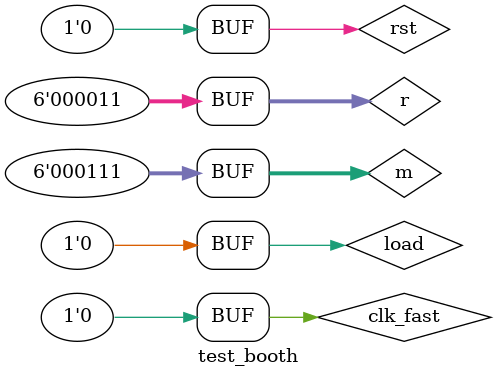
<source format=v>
`timescale 1ns / 1ps


module test_booth;

	// Inputs
	reg clk_fast;
	reg rst;
	reg load;
	reg [5:0] m;
	reg [5:0] r;

	// Outputs
	wire [11:0] product;

	// Instantiate the Unit Under Test (UUT)
	Booth_Multiplier uut (
		.clk_fast(clk_fast), 
		.rst(rst), 
		.load(load), 
		.m(m), 
		.r(r), 
		.product(product)
	);

	initial begin
		// Initialize Inputs
		clk_fast = 0;
		rst = 0;
		load = 0;
		m = 6'b000111;
		r = 6'b000011;

		// Wait 100 ns for global reset to finish
		#50;
        rst=1;
        clk_fast=1;
        
        #50;
        rst=0;
        clk_fast=0;
        load=1;
        
        #50;
        clk_fast=1;
        
        #50
        clk_fast=0;
        load=0;
        
        
        #50;
        clk_fast=1;
        
        #50;
        clk_fast=0;
        
         #50;
        clk_fast=1;
        
        #50;
        clk_fast=0;
        
         #50;
        clk_fast=1;
        
        #50;
        clk_fast=0;
        
         #50;
        clk_fast=1;
        
        #50;
        clk_fast=0;
        
         #50;
        clk_fast=1;
        
        #50;
        clk_fast=0;
        
         #50;
        clk_fast=1;
        
        #50;
        clk_fast=0;
        
          #50;
        clk_fast=1;
        
        #50;
        clk_fast=0;
        
        
        
		// Add stimulus here

	end
      
endmodule


</source>
